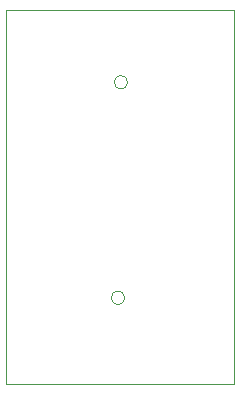
<source format=gbr>
%TF.GenerationSoftware,KiCad,Pcbnew,(5.99.0-10369-gb59bf064b4)*%
%TF.CreationDate,2021-07-26T17:07:50+02:00*%
%TF.ProjectId,htssop24,68747373-6f70-4323-942e-6b696361645f,rev?*%
%TF.SameCoordinates,Original*%
%TF.FileFunction,Profile,NP*%
%FSLAX46Y46*%
G04 Gerber Fmt 4.6, Leading zero omitted, Abs format (unit mm)*
G04 Created by KiCad (PCBNEW (5.99.0-10369-gb59bf064b4)) date 2021-07-26 17:07:50*
%MOMM*%
%LPD*%
G01*
G04 APERTURE LIST*
%TA.AperFunction,Profile*%
%ADD10C,0.100000*%
%TD*%
G04 APERTURE END LIST*
D10*
X12100000Y-12000000D02*
X31400000Y-12000000D01*
X22376000Y-18100000D02*
G75*
G03*
X22376000Y-18100000I-576000J0D01*
G01*
X22126000Y-36350000D02*
G75*
G03*
X22126000Y-36350000I-576000J0D01*
G01*
X31400000Y-12000000D02*
X31400000Y-43650000D01*
X31400000Y-43650000D02*
X12100000Y-43650000D01*
X12100000Y-43650000D02*
X12100000Y-12000000D01*
M02*

</source>
